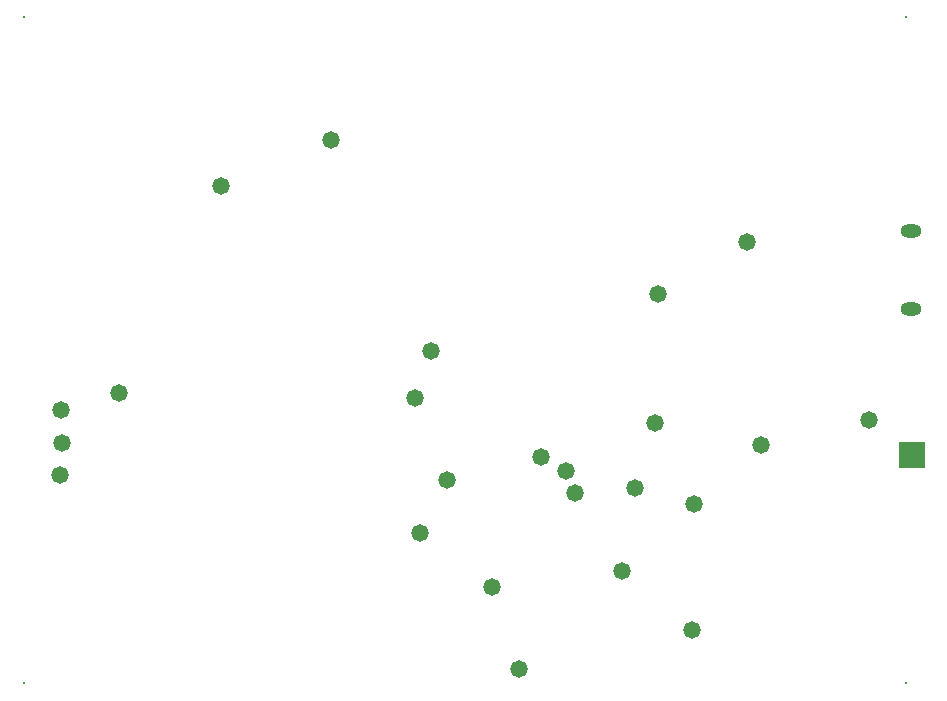
<source format=gbs>
G04*
G04 #@! TF.GenerationSoftware,Altium Limited,Altium Designer,22.0.2 (36)*
G04*
G04 Layer_Color=16711935*
%FSLAX25Y25*%
%MOIN*%
G70*
G04*
G04 #@! TF.SameCoordinates,5FA20498-FCA4-4C69-A915-C1027814B975*
G04*
G04*
G04 #@! TF.FilePolarity,Negative*
G04*
G01*
G75*
%ADD53R,0.08674X0.08674*%
%ADD59C,0.00800*%
%ADD60O,0.07099X0.04343*%
%ADD61C,0.05800*%
D53*
X306200Y87500D02*
D03*
D59*
X304300Y11500D02*
D03*
X10100D02*
D03*
Y233400D02*
D03*
X304300D02*
D03*
D60*
X306006Y136332D02*
D03*
Y162317D02*
D03*
D61*
X221600Y141100D02*
D03*
X112500Y192500D02*
D03*
X291956Y99287D02*
D03*
X255800Y90800D02*
D03*
X209400Y48900D02*
D03*
X194000Y74900D02*
D03*
X232700Y29100D02*
D03*
X233500Y71200D02*
D03*
X220500Y98300D02*
D03*
X41800Y108200D02*
D03*
X145900Y122100D02*
D03*
X140500Y106500D02*
D03*
X22200Y81000D02*
D03*
X190800Y82200D02*
D03*
X182400Y87000D02*
D03*
X22900Y91400D02*
D03*
X22600Y102400D02*
D03*
X75800Y177100D02*
D03*
X213800Y76600D02*
D03*
X251300Y158600D02*
D03*
X175300Y16100D02*
D03*
X166300Y43600D02*
D03*
X142300Y61600D02*
D03*
X151300Y79100D02*
D03*
M02*

</source>
